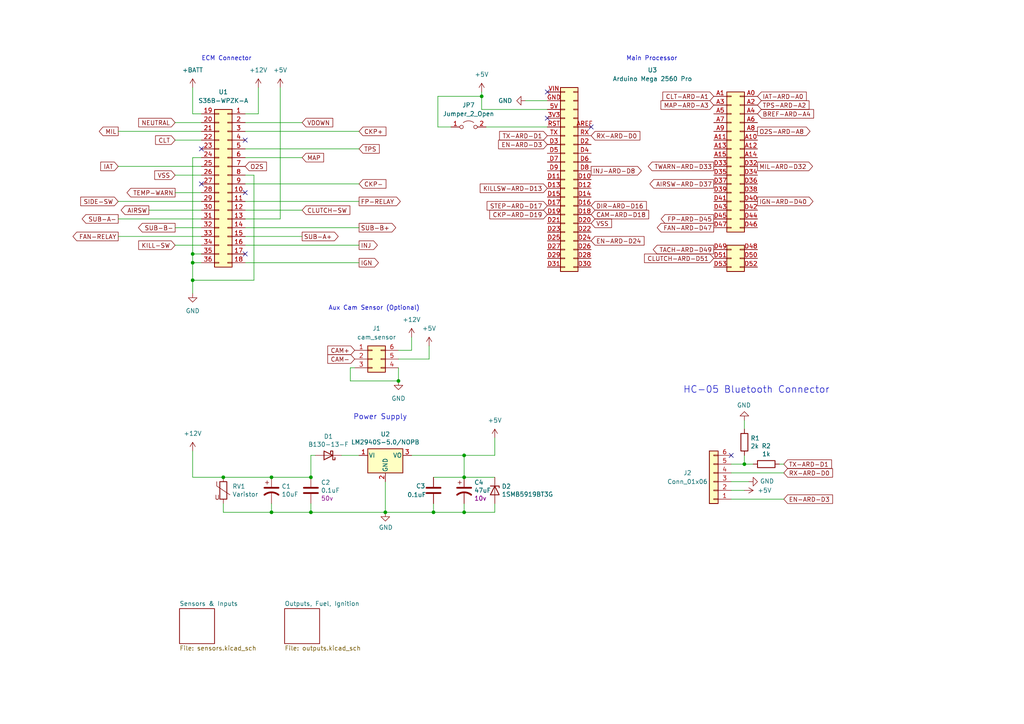
<source format=kicad_sch>
(kicad_sch (version 20211123) (generator eeschema)
  (paper "A4")
  (lib_symbols
    (symbol "Connector_Generic:Conn_01x06" (pin_names (offset 1.016) hide)
      (property "Reference" "J" (at 0 7.62 0))
      (property "Value" "Conn_01x06" (at 0 -10.16 0))
      (symbol "Conn_01x06_1_1"
        (rectangle (start -1.27 -7.493) (end 0 -7.747) (stroke (width 0.1524)))
        (rectangle (start -1.27 -4.953) (end 0 -5.207) (stroke (width 0.1524)))
        (rectangle (start -1.27 -2.413) (end 0 -2.667) (stroke (width 0.1524)))
        (rectangle (start -1.27 0.127) (end 0 -0.127) (stroke (width 0.1524)))
        (rectangle (start -1.27 2.667) (end 0 2.413) (stroke (width 0.1524)))
        (rectangle (start -1.27 5.207) (end 0 4.953) (stroke (width 0.1524)))
        (rectangle (start -1.27 6.35) (end 1.27 -8.89) (stroke (width 0.254)) (fill (type background)))
        (pin passive line (at -5.08 5.08 0) (length 3.81) (name "Pin_1") (number "1"))
        (pin passive line (at -5.08 2.54 0) (length 3.81) (name "Pin_2") (number "2"))
        (pin passive line (at -5.08 0 0) (length 3.81) (name "Pin_3") (number "3"))
        (pin passive line (at -5.08 -2.54 0) (length 3.81) (name "Pin_4") (number "4"))
        (pin passive line (at -5.08 -5.08 0) (length 3.81) (name "Pin_5") (number "5"))
        (pin passive line (at -5.08 -7.62 0) (length 3.81) (name "Pin_6") (number "6"))
      )
    )
    (symbol "Connector_Generic:Conn_02x03_Counter_Clockwise" (pin_names (offset 1.016) hide)
      (property "Reference" "J" (at 1.27 5.08 0))
      (property "Value" "Conn_02x03_Counter_Clockwise" (at 1.27 -5.08 0))
      (symbol "Conn_02x03_Counter_Clockwise_1_1"
        (rectangle (start -1.27 -2.413) (end 0 -2.667) (stroke (width 0.1524)))
        (rectangle (start -1.27 0.127) (end 0 -0.127) (stroke (width 0.1524)))
        (rectangle (start -1.27 2.667) (end 0 2.413) (stroke (width 0.1524)))
        (rectangle (start -1.27 3.81) (end 3.81 -3.81) (stroke (width 0.254)) (fill (type background)))
        (rectangle (start 3.81 -2.413) (end 2.54 -2.667) (stroke (width 0.1524)))
        (rectangle (start 3.81 0.127) (end 2.54 -0.127) (stroke (width 0.1524)))
        (rectangle (start 3.81 2.667) (end 2.54 2.413) (stroke (width 0.1524)))
        (pin passive line (at -5.08 2.54 0) (length 3.81) (name "Pin_1") (number "1"))
        (pin passive line (at -5.08 0 0) (length 3.81) (name "Pin_2") (number "2"))
        (pin passive line (at -5.08 -2.54 0) (length 3.81) (name "Pin_3") (number "3"))
        (pin passive line (at 7.62 -2.54 180) (length 3.81) (name "Pin_4") (number "4"))
        (pin passive line (at 7.62 0 180) (length 3.81) (name "Pin_5") (number "5"))
        (pin passive line (at 7.62 2.54 180) (length 3.81) (name "Pin_6") (number "6"))
      )
    )
    (symbol "Device:C" (pin_numbers hide) (pin_names (offset 0.254))
      (property "Reference" "C" (at 0.635 2.54 0))
      (property "Value" "C" (at 0.635 -2.54 0))
      (symbol "C_0_1"
        (polyline (pts (xy -2.032 -0.762) (xy 2.032 -0.762)) (stroke (width 0.508)))
        (polyline (pts (xy -2.032 0.762) (xy 2.032 0.762)) (stroke (width 0.508)))
      )
      (symbol "C_1_1"
        (pin passive line (at 0 3.81 270) (length 2.794) (name "~") (number "1"))
        (pin passive line (at 0 -3.81 90) (length 2.794) (name "~") (number "2"))
      )
    )
    (symbol "Device:CP1" (pin_numbers hide) (pin_names (offset 0.254) hide)
      (property "Reference" "C" (at 0.635 2.54 0))
      (property "Value" "Device_CP1" (at 0.635 -2.54 0))
      (symbol "CP1_0_1"
        (polyline (pts (xy -2.032 0.762) (xy 2.032 0.762)) (stroke (width 0.508)))
        (polyline (pts (xy -1.778 2.286) (xy -0.762 2.286)))
        (polyline (pts (xy -1.27 1.778) (xy -1.27 2.794)))
        (arc (start 2.032 -1.27) (mid 0 -0.5572) (end -2.032 -1.27) (stroke (width 0.508)))
      )
      (symbol "CP1_1_1"
        (pin passive line (at 0 3.81 270) (length 2.794) (name "~") (number "1"))
        (pin passive line (at 0 -3.81 90) (length 3.302) (name "~") (number "2"))
      )
    )
    (symbol "Device:D_Schottky" (pin_numbers hide) (pin_names (offset 1.016) hide)
      (property "Reference" "D" (at 0 2.54 0))
      (property "Value" "D_Schottky" (at 0 -2.54 0))
      (symbol "D_Schottky_0_1"
        (polyline (pts (xy 1.27 0) (xy -1.27 0)))
        (polyline (pts (xy 1.27 1.27) (xy 1.27 -1.27) (xy -1.27 0) (xy 1.27 1.27)) (stroke (width 0.254)))
        (polyline (pts (xy -1.905 0.635) (xy -1.905 1.27) (xy -1.27 1.27) (xy -1.27 -1.27) (xy -0.635 -1.27) (xy -0.635 -0.635)) (stroke (width 0.254)))
      )
      (symbol "D_Schottky_1_1"
        (pin passive line (at -3.81 0 0) (length 2.54) (name "K") (number "1"))
        (pin passive line (at 3.81 0 180) (length 2.54) (name "A") (number "2"))
      )
    )
    (symbol "Device:D_Zener" (pin_numbers hide) (pin_names (offset 1.016) hide)
      (property "Reference" "D" (at 0 2.54 0))
      (property "Value" "D_Zener" (at 0 -2.54 0))
      (symbol "D_Zener_0_1"
        (polyline (pts (xy 1.27 0) (xy -1.27 0)))
        (polyline (pts (xy -1.27 -1.27) (xy -1.27 1.27) (xy -0.762 1.27)) (stroke (width 0.254)))
        (polyline (pts (xy 1.27 -1.27) (xy 1.27 1.27) (xy -1.27 0) (xy 1.27 -1.27)) (stroke (width 0.254)))
      )
      (symbol "D_Zener_1_1"
        (pin passive line (at -3.81 0 0) (length 2.54) (name "K") (number "1"))
        (pin passive line (at 3.81 0 180) (length 2.54) (name "A") (number "2"))
      )
    )
    (symbol "Device:R" (pin_numbers hide) (pin_names (offset 0))
      (property "Reference" "R" (at 2.032 0 90))
      (property "Value" "R" (at 0 0 90))
      (symbol "R_0_1"
        (rectangle (start -1.016 -2.54) (end 1.016 2.54) (stroke (width 0.254)))
      )
      (symbol "R_1_1"
        (pin passive line (at 0 3.81 270) (length 1.27) (name "~") (number "1"))
        (pin passive line (at 0 -3.81 90) (length 1.27) (name "~") (number "2"))
      )
    )
    (symbol "Device:Varistor" (pin_numbers hide) (pin_names (offset 0))
      (property "Reference" "RV" (at 3.175 0 90))
      (property "Value" "Varistor" (at -3.175 0 90))
      (symbol "Varistor_0_0"
        (text "U" (at -1.778 -2.032 0) (effects (font (size 1.27 1.27))))
      )
      (symbol "Varistor_0_1"
        (rectangle (start -1.016 -2.54) (end 1.016 2.54) (stroke (width 0.254)))
        (polyline (pts (xy -1.905 2.54) (xy -1.905 1.27) (xy 1.905 -1.27)))
      )
      (symbol "Varistor_1_1"
        (pin passive line (at 0 3.81 270) (length 1.27) (name "~") (number "1"))
        (pin passive line (at 0 -3.81 90) (length 1.27) (name "~") (number "2"))
      )
    )
    (symbol "Jumper:Jumper_2_Open" (pin_names (offset 0) hide)
      (property "Reference" "JP" (at 0 2.794 0))
      (property "Value" "Jumper_2_Open" (at 0 -2.286 0))
      (symbol "Jumper_2_Open_0_0"
        (circle (center -2.032 0) (radius 0.508))
        (circle (center 2.032 0) (radius 0.508))
      )
      (symbol "Jumper_2_Open_0_1"
        (arc (start 1.524 1.27) (mid 0 1.778) (end -1.524 1.27))
      )
      (symbol "Jumper_2_Open_1_1"
        (pin passive line (at -5.08 0 0) (length 2.54) (name "A") (number "1"))
        (pin passive line (at 5.08 0 180) (length 2.54) (name "B") (number "2"))
      )
    )
    (symbol "Regulator_Linear:LM2937xS" (pin_names (offset 0.254))
      (property "Reference" "U" (at -3.81 3.175 0))
      (property "Value" "LM2937xS" (at 0 3.175 0))
      (symbol "LM2937xS_0_1"
        (rectangle (start -5.08 -5.08) (end 5.08 1.905) (stroke (width 0.254)) (fill (type background)))
      )
      (symbol "LM2937xS_1_1"
        (pin power_in line (at -7.62 0 0) (length 2.54) (name "VI") (number "1"))
        (pin power_in line (at 0 -7.62 90) (length 2.54) (name "GND") (number "2"))
        (pin power_out line (at 7.62 0 180) (length 2.54) (name "VO") (number "3"))
      )
    )
    (symbol "mega_2560:S36B-WPZK-A"
      (property "Reference" "U" (at 16.51 49.53 0))
      (property "Value" "S36B-WPZK-A" (at 15.24 52.07 0))
      (symbol "S36B-WPZK-A_1_1"
        (rectangle (start 12.7 2.54) (end 17.78 48.26) (stroke (width 0.254)) (fill (type background)))
        (rectangle (start 13.97 3.683) (end 12.7 3.937) (stroke (width 0.1524)))
        (rectangle (start 13.97 6.223) (end 12.7 6.477) (stroke (width 0.1524)))
        (rectangle (start 13.97 8.763) (end 12.7 9.017) (stroke (width 0.1524)))
        (rectangle (start 13.97 11.303) (end 12.7 11.557) (stroke (width 0.1524)))
        (rectangle (start 13.97 13.843) (end 12.7 14.097) (stroke (width 0.1524)))
        (rectangle (start 13.97 16.383) (end 12.7 16.637) (stroke (width 0.1524)))
        (rectangle (start 13.97 18.923) (end 12.7 19.177) (stroke (width 0.1524)))
        (rectangle (start 13.97 21.463) (end 12.7 21.717) (stroke (width 0.1524)))
        (rectangle (start 13.97 24.003) (end 12.7 24.257) (stroke (width 0.1524)))
        (rectangle (start 13.97 26.543) (end 12.7 26.797) (stroke (width 0.1524)))
        (rectangle (start 13.97 29.083) (end 12.7 29.337) (stroke (width 0.1524)))
        (rectangle (start 13.97 31.623) (end 12.7 31.877) (stroke (width 0.1524)))
        (rectangle (start 13.97 34.163) (end 12.7 34.417) (stroke (width 0.1524)))
        (rectangle (start 13.97 36.703) (end 12.7 36.957) (stroke (width 0.1524)))
        (rectangle (start 13.97 39.243) (end 12.7 39.497) (stroke (width 0.1524)))
        (rectangle (start 13.97 41.783) (end 12.7 42.037) (stroke (width 0.1524)))
        (rectangle (start 13.97 44.323) (end 12.7 44.577) (stroke (width 0.1524)))
        (rectangle (start 13.97 46.863) (end 12.7 47.117) (stroke (width 0.1524)))
        (rectangle (start 16.51 3.683) (end 17.78 3.937) (stroke (width 0.1524)))
        (rectangle (start 16.51 6.223) (end 17.78 6.477) (stroke (width 0.1524)))
        (rectangle (start 16.51 8.763) (end 17.78 9.017) (stroke (width 0.1524)))
        (rectangle (start 16.51 11.303) (end 17.78 11.557) (stroke (width 0.1524)))
        (rectangle (start 16.51 13.843) (end 17.78 14.097) (stroke (width 0.1524)))
        (rectangle (start 16.51 16.383) (end 17.78 16.637) (stroke (width 0.1524)))
        (rectangle (start 16.51 18.923) (end 17.78 19.177) (stroke (width 0.1524)))
        (rectangle (start 16.51 21.463) (end 17.78 21.717) (stroke (width 0.1524)))
        (rectangle (start 16.51 24.003) (end 17.78 24.257) (stroke (width 0.1524)))
        (rectangle (start 16.51 26.543) (end 17.78 26.797) (stroke (width 0.1524)))
        (rectangle (start 16.51 29.083) (end 17.78 29.337) (stroke (width 0.1524)))
        (rectangle (start 16.51 31.623) (end 17.78 31.877) (stroke (width 0.1524)))
        (rectangle (start 16.51 34.163) (end 17.78 34.417) (stroke (width 0.1524)))
        (rectangle (start 16.51 36.703) (end 17.78 36.957) (stroke (width 0.1524)))
        (rectangle (start 16.51 39.243) (end 17.78 39.497) (stroke (width 0.1524)))
        (rectangle (start 16.51 41.783) (end 17.78 42.037) (stroke (width 0.1524)))
        (rectangle (start 16.51 44.323) (end 17.78 44.577) (stroke (width 0.1524)))
        (rectangle (start 16.51 46.863) (end 17.78 47.117) (stroke (width 0.1524)))
        (pin passive line (at 21.59 46.99 180) (length 3.81) (name "") (number "1"))
        (pin passive line (at 21.59 24.13 180) (length 3.81) (name "") (number "10"))
        (pin passive line (at 21.59 21.59 180) (length 3.81) (name "") (number "11"))
        (pin passive line (at 21.59 19.05 180) (length 3.81) (name "") (number "12"))
        (pin passive line (at 21.59 16.51 180) (length 3.81) (name "") (number "13"))
        (pin passive line (at 21.59 13.97 180) (length 3.81) (name "") (number "14"))
        (pin passive line (at 21.59 11.43 180) (length 3.81) (name "") (number "15"))
        (pin passive line (at 21.59 8.89 180) (length 3.81) (name "") (number "16"))
        (pin passive line (at 21.59 6.35 180) (length 3.81) (name "") (number "17"))
        (pin passive line (at 21.59 3.81 180) (length 3.81) (name "") (number "18"))
        (pin passive line (at 8.89 46.99 0) (length 3.81) (name "") (number "19"))
        (pin passive line (at 21.59 44.45 180) (length 3.81) (name "") (number "2"))
        (pin passive line (at 8.89 44.45 0) (length 3.81) (name "") (number "20"))
        (pin passive line (at 8.89 41.91 0) (length 3.81) (name "") (number "21"))
        (pin passive line (at 8.89 39.37 0) (length 3.81) (name "") (number "22"))
        (pin passive line (at 8.89 36.83 0) (length 3.81) (name "") (number "23"))
        (pin passive line (at 8.89 34.29 0) (length 3.81) (name "") (number "24"))
        (pin passive line (at 8.89 31.75 0) (length 3.81) (name "") (number "25"))
        (pin passive line (at 8.89 29.21 0) (length 3.81) (name "") (number "26"))
        (pin passive line (at 8.89 26.67 0) (length 3.81) (name "") (number "27"))
        (pin passive line (at 8.89 24.13 0) (length 3.81) (name "") (number "28"))
        (pin passive line (at 8.89 21.59 0) (length 3.81) (name "") (number "29"))
        (pin passive line (at 21.59 41.91 180) (length 3.81) (name "") (number "3"))
        (pin passive line (at 8.89 19.05 0) (length 3.81) (name "") (number "30"))
        (pin passive line (at 8.89 16.51 0) (length 3.81) (name "") (number "31"))
        (pin passive line (at 8.89 13.97 0) (length 3.81) (name "") (number "32"))
        (pin passive line (at 8.89 11.43 0) (length 3.81) (name "") (number "33"))
        (pin passive line (at 8.89 8.89 0) (length 3.81) (name "") (number "34"))
        (pin passive line (at 8.89 6.35 0) (length 3.81) (name "") (number "35"))
        (pin passive line (at 8.89 3.81 0) (length 3.81) (name "") (number "36"))
        (pin passive line (at 21.59 39.37 180) (length 3.81) (name "") (number "4"))
        (pin passive line (at 21.59 36.83 180) (length 3.81) (name "") (number "5"))
        (pin passive line (at 21.59 34.29 180) (length 3.81) (name "") (number "6"))
        (pin passive line (at 21.59 31.75 180) (length 3.81) (name "") (number "7"))
        (pin passive line (at 21.59 29.21 180) (length 3.81) (name "") (number "8"))
        (pin passive line (at 21.59 26.67 180) (length 3.81) (name "") (number "9"))
      )
    )
    (symbol "mega_2560:mega_2560_pro"
      (property "Reference" "U" (at 45.72 66.04 0))
      (property "Value" "mega_2560_pro" (at 46.99 62.23 0))
      (symbol "mega_2560_pro_1_1"
        (rectangle (start 20.32 7.747) (end 21.59 7.493) (stroke (width 0.1524)))
        (rectangle (start 20.32 10.287) (end 21.59 10.033) (stroke (width 0.1524)))
        (rectangle (start 20.32 12.827) (end 21.59 12.573) (stroke (width 0.1524)))
        (rectangle (start 20.32 15.367) (end 21.59 15.113) (stroke (width 0.1524)))
        (rectangle (start 20.32 17.907) (end 21.59 17.653) (stroke (width 0.1524)))
        (rectangle (start 20.32 20.447) (end 21.59 20.193) (stroke (width 0.1524)))
        (rectangle (start 20.32 22.987) (end 21.59 22.733) (stroke (width 0.1524)))
        (rectangle (start 20.32 25.527) (end 21.59 25.273) (stroke (width 0.1524)))
        (rectangle (start 20.32 28.067) (end 21.59 27.813) (stroke (width 0.1524)))
        (rectangle (start 20.32 30.607) (end 21.59 30.353) (stroke (width 0.1524)))
        (rectangle (start 20.32 33.147) (end 21.59 32.893) (stroke (width 0.1524)))
        (rectangle (start 20.32 35.687) (end 21.59 35.433) (stroke (width 0.1524)))
        (rectangle (start 20.32 38.227) (end 21.59 37.973) (stroke (width 0.1524)))
        (rectangle (start 20.32 40.767) (end 21.59 40.513) (stroke (width 0.1524)))
        (rectangle (start 20.32 43.307) (end 21.59 43.053) (stroke (width 0.1524)))
        (rectangle (start 20.32 45.847) (end 21.59 45.593) (stroke (width 0.1524)))
        (rectangle (start 20.32 48.387) (end 21.59 48.133) (stroke (width 0.1524)))
        (rectangle (start 20.32 50.927) (end 21.59 50.673) (stroke (width 0.1524)))
        (rectangle (start 20.32 53.467) (end 21.59 53.213) (stroke (width 0.1524)))
        (rectangle (start 20.32 56.007) (end 21.59 55.753) (stroke (width 0.1524)))
        (rectangle (start 20.32 58.547) (end 21.59 58.293) (stroke (width 0.1524)))
        (rectangle (start 20.32 59.69) (end 25.4 6.35) (stroke (width 0.254)) (fill (type background)))
        (rectangle (start 25.4 7.747) (end 24.13 7.493) (stroke (width 0.1524)))
        (rectangle (start 25.4 10.287) (end 24.13 10.033) (stroke (width 0.1524)))
        (rectangle (start 25.4 12.827) (end 24.13 12.573) (stroke (width 0.1524)))
        (rectangle (start 25.4 15.367) (end 24.13 15.113) (stroke (width 0.1524)))
        (rectangle (start 25.4 17.907) (end 24.13 17.653) (stroke (width 0.1524)))
        (rectangle (start 25.4 20.447) (end 24.13 20.193) (stroke (width 0.1524)))
        (rectangle (start 25.4 22.987) (end 24.13 22.733) (stroke (width 0.1524)))
        (rectangle (start 25.4 25.527) (end 24.13 25.273) (stroke (width 0.1524)))
        (rectangle (start 25.4 28.067) (end 24.13 27.813) (stroke (width 0.1524)))
        (rectangle (start 25.4 30.607) (end 24.13 30.353) (stroke (width 0.1524)))
        (rectangle (start 25.4 33.147) (end 24.13 32.893) (stroke (width 0.1524)))
        (rectangle (start 25.4 35.687) (end 24.13 35.433) (stroke (width 0.1524)))
        (rectangle (start 25.4 38.227) (end 24.13 37.973) (stroke (width 0.1524)))
        (rectangle (start 25.4 40.767) (end 24.13 40.513) (stroke (width 0.1524)))
        (rectangle (start 25.4 43.307) (end 24.13 43.053) (stroke (width 0.1524)))
        (rectangle (start 25.4 45.847) (end 24.13 45.593) (stroke (width 0.1524)))
        (rectangle (start 25.4 48.387) (end 24.13 48.133) (stroke (width 0.1524)))
        (rectangle (start 25.4 50.927) (end 24.13 50.673) (stroke (width 0.1524)))
        (rectangle (start 25.4 53.467) (end 24.13 53.213) (stroke (width 0.1524)))
        (rectangle (start 25.4 56.007) (end 24.13 55.753) (stroke (width 0.1524)))
        (rectangle (start 25.4 58.547) (end 24.13 58.293) (stroke (width 0.1524)))
        (rectangle (start 68.58 7.747) (end 69.85 7.493) (stroke (width 0.1524)))
        (rectangle (start 68.58 10.287) (end 69.85 10.033) (stroke (width 0.1524)))
        (rectangle (start 68.58 12.827) (end 69.85 12.573) (stroke (width 0.1524)))
        (rectangle (start 68.58 13.97) (end 73.66 6.35) (stroke (width 0.254)) (fill (type background)))
        (rectangle (start 68.58 19.177) (end 69.85 18.923) (stroke (width 0.1524)))
        (rectangle (start 68.58 21.717) (end 69.85 21.463) (stroke (width 0.1524)))
        (rectangle (start 68.58 24.257) (end 69.85 24.003) (stroke (width 0.1524)))
        (rectangle (start 68.58 26.797) (end 69.85 26.543) (stroke (width 0.1524)))
        (rectangle (start 68.58 29.337) (end 69.85 29.083) (stroke (width 0.1524)))
        (rectangle (start 68.58 31.877) (end 69.85 31.623) (stroke (width 0.1524)))
        (rectangle (start 68.58 34.417) (end 69.85 34.163) (stroke (width 0.1524)))
        (rectangle (start 68.58 36.957) (end 69.85 36.703) (stroke (width 0.1524)))
        (rectangle (start 68.58 39.497) (end 69.85 39.243) (stroke (width 0.1524)))
        (rectangle (start 68.58 42.037) (end 69.85 41.783) (stroke (width 0.1524)))
        (rectangle (start 68.58 44.577) (end 69.85 44.323) (stroke (width 0.1524)))
        (rectangle (start 68.58 47.117) (end 69.85 46.863) (stroke (width 0.1524)))
        (rectangle (start 68.58 49.657) (end 69.85 49.403) (stroke (width 0.1524)))
        (rectangle (start 68.58 52.197) (end 69.85 51.943) (stroke (width 0.1524)))
        (rectangle (start 68.58 54.737) (end 69.85 54.483) (stroke (width 0.1524)))
        (rectangle (start 68.58 57.277) (end 69.85 57.023) (stroke (width 0.1524)))
        (rectangle (start 68.58 58.42) (end 73.66 17.78) (stroke (width 0.254)) (fill (type background)))
        (rectangle (start 73.66 7.747) (end 72.39 7.493) (stroke (width 0.1524)))
        (rectangle (start 73.66 10.287) (end 72.39 10.033) (stroke (width 0.1524)))
        (rectangle (start 73.66 12.827) (end 72.39 12.573) (stroke (width 0.1524)))
        (rectangle (start 73.66 19.177) (end 72.39 18.923) (stroke (width 0.1524)))
        (rectangle (start 73.66 21.717) (end 72.39 21.463) (stroke (width 0.1524)))
        (rectangle (start 73.66 24.257) (end 72.39 24.003) (stroke (width 0.1524)))
        (rectangle (start 73.66 26.797) (end 72.39 26.543) (stroke (width 0.1524)))
        (rectangle (start 73.66 29.337) (end 72.39 29.083) (stroke (width 0.1524)))
        (rectangle (start 73.66 31.877) (end 72.39 31.623) (stroke (width 0.1524)))
        (rectangle (start 73.66 34.417) (end 72.39 34.163) (stroke (width 0.1524)))
        (rectangle (start 73.66 36.957) (end 72.39 36.703) (stroke (width 0.1524)))
        (rectangle (start 73.66 39.497) (end 72.39 39.243) (stroke (width 0.1524)))
        (rectangle (start 73.66 42.037) (end 72.39 41.783) (stroke (width 0.1524)))
        (rectangle (start 73.66 44.577) (end 72.39 44.323) (stroke (width 0.1524)))
        (rectangle (start 73.66 47.117) (end 72.39 46.863) (stroke (width 0.1524)))
        (rectangle (start 73.66 49.657) (end 72.39 49.403) (stroke (width 0.1524)))
        (rectangle (start 73.66 52.197) (end 72.39 51.943) (stroke (width 0.1524)))
        (rectangle (start 73.66 54.737) (end 72.39 54.483) (stroke (width 0.1524)))
        (rectangle (start 73.66 57.277) (end 72.39 57.023) (stroke (width 0.1524)))
        (pin passive line (at 16.51 50.8 0) (length 3.81) (name "") (number "3V3"))
        (pin passive line (at 16.51 53.34 0) (length 3.81) (name "") (number "5V"))
        (pin passive line (at 77.47 57.15 180) (length 3.81) (name "") (number "A0"))
        (pin passive line (at 64.77 57.15 0) (length 3.81) (name "") (number "A1"))
        (pin passive line (at 77.47 44.45 180) (length 3.81) (name "") (number "A10"))
        (pin passive line (at 64.77 44.45 0) (length 3.81) (name "") (number "A11"))
        (pin passive line (at 77.47 41.91 180) (length 3.81) (name "") (number "A12"))
        (pin passive line (at 64.77 41.91 0) (length 3.81) (name "") (number "A13"))
        (pin passive line (at 77.47 39.37 180) (length 3.81) (name "") (number "A14"))
        (pin passive line (at 64.77 39.37 0) (length 3.81) (name "") (number "A15"))
        (pin passive line (at 77.47 54.61 180) (length 3.81) (name "") (number "A2"))
        (pin passive line (at 64.77 54.61 0) (length 3.81) (name "") (number "A3"))
        (pin passive line (at 77.47 52.07 180) (length 3.81) (name "") (number "A4"))
        (pin passive line (at 64.77 52.07 0) (length 3.81) (name "") (number "A5"))
        (pin passive line (at 77.47 49.53 180) (length 3.81) (name "") (number "A6"))
        (pin passive line (at 64.77 49.53 0) (length 3.81) (name "") (number "A7"))
        (pin passive line (at 77.47 46.99 180) (length 3.81) (name "") (number "A8"))
        (pin passive line (at 64.77 46.99 0) (length 3.81) (name "") (number "A9"))
        (pin passive line (at 29.21 48.26 180) (length 3.81) (name "") (number "AREF"))
        (pin passive line (at 29.21 33.02 180) (length 3.81) (name "") (number "D10"))
        (pin passive line (at 16.51 33.02 0) (length 3.81) (name "") (number "D11"))
        (pin passive line (at 29.21 30.48 180) (length 3.81) (name "") (number "D12"))
        (pin passive line (at 16.51 30.48 0) (length 3.81) (name "") (number "D13"))
        (pin passive line (at 29.21 27.94 180) (length 3.81) (name "") (number "D14"))
        (pin passive line (at 16.51 27.94 0) (length 3.81) (name "") (number "D15"))
        (pin passive line (at 29.21 25.4 180) (length 3.81) (name "") (number "D16"))
        (pin passive line (at 16.51 25.4 0) (length 3.81) (name "") (number "D17"))
        (pin passive line (at 29.21 22.86 180) (length 3.81) (name "") (number "D18"))
        (pin passive line (at 16.51 22.86 0) (length 3.81) (name "") (number "D19"))
        (pin passive line (at 29.21 43.18 180) (length 3.81) (name "") (number "D2"))
        (pin passive line (at 29.21 20.32 180) (length 3.81) (name "") (number "D20"))
        (pin passive line (at 16.51 20.32 0) (length 3.81) (name "") (number "D21"))
        (pin passive line (at 29.21 17.78 180) (length 3.81) (name "") (number "D22"))
        (pin passive line (at 16.51 17.78 0) (length 3.81) (name "") (number "D23"))
        (pin passive line (at 29.21 15.24 180) (length 3.81) (name "") (number "D24"))
        (pin passive line (at 16.51 15.24 0) (length 3.81) (name "") (number "D25"))
        (pin passive line (at 29.21 12.7 180) (length 3.81) (name "") (number "D26"))
        (pin passive line (at 16.51 12.7 0) (length 3.81) (name "") (number "D27"))
        (pin passive line (at 29.21 10.16 180) (length 3.81) (name "") (number "D28"))
        (pin passive line (at 16.51 10.16 0) (length 3.81) (name "") (number "D29"))
        (pin passive line (at 16.51 43.18 0) (length 3.81) (name "") (number "D3"))
        (pin passive line (at 29.21 7.62 180) (length 3.81) (name "") (number "D30"))
        (pin passive line (at 16.51 7.62 0) (length 3.81) (name "") (number "D31"))
        (pin passive line (at 77.47 36.83 180) (length 3.81) (name "") (number "D32"))
        (pin passive line (at 64.77 36.83 0) (length 3.81) (name "") (number "D33"))
        (pin passive line (at 77.47 34.29 180) (length 3.81) (name "") (number "D34"))
        (pin passive line (at 64.77 34.29 0) (length 3.81) (name "") (number "D35"))
        (pin passive line (at 77.47 31.75 180) (length 3.81) (name "") (number "D36"))
        (pin passive line (at 64.77 31.75 0) (length 3.81) (name "") (number "D37"))
        (pin passive line (at 77.47 29.21 180) (length 3.81) (name "") (number "D38"))
        (pin passive line (at 64.77 29.21 0) (length 3.81) (name "") (number "D39"))
        (pin passive line (at 29.21 40.64 180) (length 3.81) (name "") (number "D4"))
        (pin passive line (at 77.47 26.67 180) (length 3.81) (name "") (number "D40"))
        (pin passive line (at 64.77 26.67 0) (length 3.81) (name "") (number "D41"))
        (pin passive line (at 77.47 24.13 180) (length 3.81) (name "") (number "D42"))
        (pin passive line (at 64.77 24.13 0) (length 3.81) (name "") (number "D43"))
        (pin passive line (at 77.47 21.59 180) (length 3.81) (name "") (number "D44"))
        (pin passive line (at 64.77 21.59 0) (length 3.81) (name "") (number "D45"))
        (pin passive line (at 77.47 19.05 180) (length 3.81) (name "") (number "D46"))
        (pin passive line (at 64.77 19.05 0) (length 3.81) (name "") (number "D47"))
        (pin passive line (at 77.47 12.7 180) (length 3.81) (name "") (number "D48"))
        (pin passive line (at 64.77 12.7 0) (length 3.81) (name "") (number "D49"))
        (pin passive line (at 16.51 40.64 0) (length 3.81) (name "") (number "D5"))
        (pin passive line (at 77.47 10.16 180) (length 3.81) (name "") (number "D50"))
        (pin passive line (at 64.77 10.16 0) (length 3.81) (name "") (number "D51"))
        (pin passive line (at 77.47 7.62 180) (length 3.81) (name "") (number "D52"))
        (pin passive line (at 64.77 7.62 0) (length 3.81) (name "") (number "D53"))
        (pin passive line (at 29.21 38.1 180) (length 3.81) (name "") (number "D6"))
        (pin passive line (at 16.51 38.1 0) (length 3.81) (name "") (number "D7"))
        (pin passive line (at 29.21 35.56 180) (length 3.81) (name "") (number "D8"))
        (pin passive line (at 16.51 35.56 0) (length 3.81) (name "") (number "D9"))
        (pin passive line (at 16.51 55.88 0) (length 3.81) (name "") (number "GND"))
        (pin passive line (at 16.51 48.26 0) (length 3.81) (name "") (number "RST"))
        (pin passive line (at 29.21 45.72 180) (length 3.81) (name "") (number "RX"))
        (pin passive line (at 16.51 45.72 0) (length 3.81) (name "") (number "TX"))
        (pin passive line (at 16.51 58.42 0) (length 3.81) (name "") (number "VIN"))
      )
    )
    (symbol "power:+12V" (power) (pin_names (offset 0))
      (property "Value" "+12V" (at 0 3.556 0))
      (symbol "+12V_0_1"
        (polyline (pts (xy -0.762 1.27) (xy 0 2.54)))
        (polyline (pts (xy 0 0) (xy 0 2.54)))
        (polyline (pts (xy 0 2.54) (xy 0.762 1.27)))
      )
      (symbol "+12V_1_1"
        (pin power_in line (at 0 0 90) (length 0) hide (name "+12V") (number "1"))
      )
    )
    (symbol "power:+5V" (power) (pin_names (offset 0))
      (property "Value" "+5V" (at 0 3.556 0))
      (symbol "+5V_0_1"
        (polyline (pts (xy -0.762 1.27) (xy 0 2.54)))
        (polyline (pts (xy 0 0) (xy 0 2.54)))
        (polyline (pts (xy 0 2.54) (xy 0.762 1.27)))
      )
      (symbol "+5V_1_1"
        (pin power_in line (at 0 0 90) (length 0) hide (name "+5V") (number "1"))
      )
    )
    (symbol "power:+BATT" (power) (pin_names (offset 0))
      (property "Value" "+BATT" (at 0 3.556 0))
      (symbol "+BATT_0_1"
        (polyline (pts (xy -0.762 1.27) (xy 0 2.54)))
        (polyline (pts (xy 0 0) (xy 0 2.54)))
        (polyline (pts (xy 0 2.54) (xy 0.762 1.27)))
      )
      (symbol "+BATT_1_1"
        (pin power_in line (at 0 0 90) (length 0) hide (name "+BATT") (number "1"))
      )
    )
    (symbol "power:GND" (power) (pin_names (offset 0))
      (property "Value" "GND" (at 0 -3.81 0))
      (symbol "GND_0_1"
        (polyline (pts (xy 0 0) (xy 0 -1.27) (xy 1.27 -1.27) (xy 0 -2.54) (xy -1.27 -1.27) (xy 0 -1.27)))
      )
      (symbol "GND_1_1"
        (pin power_in line (at 0 0 270) (length 0) hide (name "GND") (number "1"))
      )
    )
  )
  (junction (at 78.74 138.43))
  (junction (at 215.9 134.62))
  (junction (at 78.74 148.59))
  (junction (at 55.88 76.2))
  (junction (at 90.17 138.43))
  (junction (at 134.62 148.59))
  (junction (at 90.17 148.59))
  (junction (at 55.88 81.28))
  (junction (at 55.88 73.66))
  (junction (at 134.62 138.43))
  (junction (at 111.76 148.59))
  (junction (at 139.7 27.94))
  (junction (at 64.77 138.43))
  (junction (at 134.62 132.08))
  (junction (at 115.57 110.49))
  (junction (at 125.73 148.59))
  (no_connect (at 71.12 55.88))
  (no_connect (at 71.12 73.66))
  (no_connect (at 212.09 132.08))
  (no_connect (at 171.45 36.83))
  (no_connect (at 158.75 26.67))
  (no_connect (at 158.75 34.29))
  (no_connect (at 58.42 43.18))
  (no_connect (at 58.42 53.34))
  (no_connect (at 71.12 40.64))
  (wire (pts (xy 90.17 146.05) (xy 90.17 148.59)))
  (wire (pts (xy 34.29 58.42) (xy 58.42 58.42)))
  (wire (pts (xy 101.6 110.49) (xy 115.57 110.49)))
  (wire (pts (xy 34.29 63.5) (xy 58.42 63.5)))
  (wire (pts (xy 90.17 148.59) (xy 111.76 148.59)))
  (wire (pts (xy 71.12 38.1) (xy 104.14 38.1)))
  (wire (pts (xy 71.12 33.02) (xy 74.93 33.02)))
  (wire (pts (xy 227.33 137.16) (xy 212.09 137.16)))
  (wire (pts (xy 50.8 66.04) (xy 58.42 66.04)))
  (wire (pts (xy 115.57 106.68) (xy 115.57 110.49)))
  (wire (pts (xy 81.28 25.4) (xy 81.28 63.5)))
  (wire (pts (xy 134.62 132.08) (xy 134.62 138.43)))
  (wire (pts (xy 125.73 146.05) (xy 125.73 148.59)))
  (wire (pts (xy 152.4 29.21) (xy 158.75 29.21)))
  (wire (pts (xy 71.12 60.96) (xy 87.63 60.96)))
  (wire (pts (xy 226.06 134.62) (xy 227.33 134.62)))
  (wire (pts (xy 115.57 101.6) (xy 119.38 101.6)))
  (wire (pts (xy 78.74 148.59) (xy 90.17 148.59)))
  (wire (pts (xy 217.17 139.7) (xy 212.09 139.7)))
  (wire (pts (xy 55.88 130.81) (xy 55.88 138.43)))
  (wire (pts (xy 143.51 146.05) (xy 143.51 148.59)))
  (wire (pts (xy 34.29 68.58) (xy 58.42 68.58)))
  (wire (pts (xy 71.12 50.8) (xy 73.66 50.8)))
  (wire (pts (xy 101.6 106.68) (xy 101.6 110.49)))
  (wire (pts (xy 127 36.83) (xy 127 27.94)))
  (wire (pts (xy 78.74 146.05) (xy 78.74 148.59)))
  (wire (pts (xy 134.62 146.05) (xy 134.62 148.59)))
  (wire (pts (xy 71.12 35.56) (xy 87.63 35.56)))
  (wire (pts (xy 81.28 63.5) (xy 71.12 63.5)))
  (wire (pts (xy 139.7 31.75) (xy 158.75 31.75)))
  (wire (pts (xy 215.9 132.08) (xy 215.9 134.62)))
  (wire (pts (xy 139.7 27.94) (xy 139.7 31.75)))
  (wire (pts (xy 90.17 138.43) (xy 90.17 132.08)))
  (wire (pts (xy 71.12 66.04) (xy 104.14 66.04)))
  (wire (pts (xy 55.88 33.02) (xy 55.88 25.4)))
  (wire (pts (xy 143.51 132.08) (xy 143.51 127)))
  (wire (pts (xy 58.42 45.72) (xy 55.88 45.72)))
  (wire (pts (xy 215.9 134.62) (xy 218.44 134.62)))
  (wire (pts (xy 55.88 45.72) (xy 55.88 73.66)))
  (wire (pts (xy 55.88 81.28) (xy 55.88 76.2)))
  (wire (pts (xy 64.77 148.59) (xy 78.74 148.59)))
  (wire (pts (xy 111.76 139.7) (xy 111.76 148.59)))
  (wire (pts (xy 58.42 73.66) (xy 55.88 73.66)))
  (wire (pts (xy 119.38 132.08) (xy 134.62 132.08)))
  (wire (pts (xy 215.9 142.24) (xy 212.09 142.24)))
  (wire (pts (xy 50.8 71.12) (xy 58.42 71.12)))
  (wire (pts (xy 71.12 71.12) (xy 104.14 71.12)))
  (wire (pts (xy 139.7 26.67) (xy 139.7 27.94)))
  (wire (pts (xy 71.12 53.34) (xy 104.14 53.34)))
  (wire (pts (xy 74.93 33.02) (xy 74.93 25.4)))
  (wire (pts (xy 55.88 81.28) (xy 73.66 81.28)))
  (wire (pts (xy 134.62 148.59) (xy 125.73 148.59)))
  (wire (pts (xy 130.81 36.83) (xy 127 36.83)))
  (wire (pts (xy 73.66 50.8) (xy 73.66 81.28)))
  (wire (pts (xy 143.51 148.59) (xy 134.62 148.59)))
  (wire (pts (xy 55.88 85.09) (xy 55.88 81.28)))
  (wire (pts (xy 50.8 35.56) (xy 58.42 35.56)))
  (wire (pts (xy 64.77 138.43) (xy 78.74 138.43)))
  (wire (pts (xy 34.29 48.26) (xy 58.42 48.26)))
  (wire (pts (xy 58.42 33.02) (xy 55.88 33.02)))
  (wire (pts (xy 71.12 58.42) (xy 104.14 58.42)))
  (wire (pts (xy 215.9 121.92) (xy 215.9 124.46)))
  (wire (pts (xy 125.73 148.59) (xy 111.76 148.59)))
  (wire (pts (xy 55.88 73.66) (xy 55.88 76.2)))
  (wire (pts (xy 212.09 134.62) (xy 215.9 134.62)))
  (wire (pts (xy 78.74 138.43) (xy 90.17 138.43)))
  (wire (pts (xy 124.46 100.33) (xy 124.46 104.14)))
  (wire (pts (xy 71.12 45.72) (xy 87.63 45.72)))
  (wire (pts (xy 50.8 55.88) (xy 58.42 55.88)))
  (wire (pts (xy 143.51 138.43) (xy 134.62 138.43)))
  (wire (pts (xy 64.77 146.05) (xy 64.77 148.59)))
  (wire (pts (xy 127 27.94) (xy 139.7 27.94)))
  (wire (pts (xy 134.62 132.08) (xy 143.51 132.08)))
  (wire (pts (xy 140.97 36.83) (xy 158.75 36.83)))
  (wire (pts (xy 34.29 38.1) (xy 58.42 38.1)))
  (wire (pts (xy 50.8 50.8) (xy 58.42 50.8)))
  (wire (pts (xy 99.06 132.08) (xy 104.14 132.08)))
  (wire (pts (xy 50.8 40.64) (xy 58.42 40.64)))
  (wire (pts (xy 71.12 43.18) (xy 104.14 43.18)))
  (wire (pts (xy 125.73 138.43) (xy 134.62 138.43)))
  (wire (pts (xy 101.6 106.68) (xy 102.87 106.68)))
  (wire (pts (xy 119.38 101.6) (xy 119.38 97.79)))
  (wire (pts (xy 71.12 68.58) (xy 87.63 68.58)))
  (wire (pts (xy 43.18 60.96) (xy 58.42 60.96)))
  (wire (pts (xy 124.46 104.14) (xy 115.57 104.14)))
  (wire (pts (xy 55.88 138.43) (xy 64.77 138.43)))
  (wire (pts (xy 55.88 76.2) (xy 58.42 76.2)))
  (wire (pts (xy 71.12 76.2) (xy 104.14 76.2)))
  (wire (pts (xy 90.17 132.08) (xy 91.44 132.08)))
  (wire (pts (xy 212.09 144.78) (xy 227.33 144.78)))
  (text "Aux Cam Sensor (Optional)\n" (at 95.25 90.17 0) (effects (font (size 1.27 1.27)) (justify left bottom)))
  (text "HC-05 Bluetooth Connector" (at 198.12 114.3 0) (effects (font (size 1.9812 1.9812)) (justify left bottom)))
  (text "ECM Connector" (at 58.42 17.78 0) (effects (font (size 1.27 1.27)) (justify left bottom)))
  (text "Main Processor" (at 181.61 17.78 0) (effects (font (size 1.27 1.27)) (justify left bottom)))
  (text "Power Supply" (at 118.11 121.92 180) (effects (font (size 1.524 1.524)) (justify right bottom)))
  (global_label "SUB-B+" (shape output) (at 104.14 66.04 0) (property "Intersheet References" "${INTERSHEET_REFS}" (effects hide)))
  (global_label "VDOWN" (shape input) (at 87.63 35.56 0) (property "Intersheet References" "${INTERSHEET_REFS}" (effects hide)))
  (global_label "INJ-ARD-D8" (shape output) (at 171.45 49.53 0) (property "Intersheet References" "${INTERSHEET_REFS}" (effects hide)))
  (global_label "FP-ARD-D45" (shape output) (at 207.01 63.5 180) (property "Intersheet References" "${INTERSHEET_REFS}" (effects hide)))
  (global_label "TWARN-ARD-D33" (shape output) (at 207.01 48.26 180) (property "Intersheet References" "${INTERSHEET_REFS}" (effects hide)))
  (global_label "BREF-ARD-A4" (shape input) (at 219.71 33.02 0) (property "Intersheet References" "${INTERSHEET_REFS}" (effects hide)))
  (global_label "CKP-ARD-D19" (shape input) (at 158.75 62.23 180) (property "Intersheet References" "${INTERSHEET_REFS}" (effects hide)))
  (global_label "O2S" (shape input) (at 71.12 48.26 0) (property "Intersheet References" "${INTERSHEET_REFS}" (effects hide)))
  (global_label "CKP-" (shape input) (at 104.14 53.34 0) (property "Intersheet References" "${INTERSHEET_REFS}" (effects hide)))
  (global_label "TEMP-WARN" (shape output) (at 50.8 55.88 180) (property "Intersheet References" "${INTERSHEET_REFS}" (effects hide)))
  (global_label "EN-ARD-D24" (shape input) (at 171.45 69.85 0) (property "Intersheet References" "${INTERSHEET_REFS}" (effects hide)))
  (global_label "O2S-ARD-A8" (shape output) (at 219.71 38.1 0) (property "Intersheet References" "${INTERSHEET_REFS}" (effects hide)))
  (global_label "NEUTRAL" (shape input) (at 50.8 35.56 180) (property "Intersheet References" "${INTERSHEET_REFS}" (effects hide)))
  (global_label "RX-ARD-D0" (shape input) (at 227.33 137.16 0) (property "Intersheet References" "${INTERSHEET_REFS}" (effects hide)))
  (global_label "EN-ARD-D3" (shape input) (at 227.33 144.78 0) (property "Intersheet References" "${INTERSHEET_REFS}" (effects hide)))
  (global_label "SIDE-SW" (shape input) (at 34.29 58.42 180) (property "Intersheet References" "${INTERSHEET_REFS}" (effects hide)))
  (global_label "SUB-B-" (shape output) (at 50.8 66.04 180) (property "Intersheet References" "${INTERSHEET_REFS}" (effects hide)))
  (global_label "KILLSW-ARD-D13" (shape input) (at 158.75 54.61 180) (property "Intersheet References" "${INTERSHEET_REFS}" (effects hide)))
  (global_label "MIL-ARD-D32" (shape output) (at 219.71 48.26 0) (property "Intersheet References" "${INTERSHEET_REFS}" (effects hide)))
  (global_label "CAM+" (shape input) (at 102.87 101.6 180) (property "Intersheet References" "${INTERSHEET_REFS}" (effects hide)))
  (global_label "SUB-A-" (shape output) (at 34.29 63.5 180) (property "Intersheet References" "${INTERSHEET_REFS}" (effects hide)))
  (global_label "DIR-ARD-D16" (shape input) (at 171.45 59.69 0) (property "Intersheet References" "${INTERSHEET_REFS}" (effects hide)))
  (global_label "KILL-SW" (shape input) (at 50.8 71.12 180) (property "Intersheet References" "${INTERSHEET_REFS}" (effects hide)))
  (global_label "CAM-" (shape input) (at 102.87 104.14 180) (property "Intersheet References" "${INTERSHEET_REFS}" (effects hide)))
  (global_label "CLUTCH-SW" (shape input) (at 87.63 60.96 0) (property "Intersheet References" "${INTERSHEET_REFS}" (effects hide)))
  (global_label "MAP-ARD-A3" (shape input) (at 207.01 30.48 180) (property "Intersheet References" "${INTERSHEET_REFS}" (effects hide)))
  (global_label "AIRSW" (shape output) (at 43.18 60.96 180) (property "Intersheet References" "${INTERSHEET_REFS}" (effects hide)))
  (global_label "MAP" (shape input) (at 87.63 45.72 0) (property "Intersheet References" "${INTERSHEET_REFS}" (effects hide)))
  (global_label "CLT-ARD-A1" (shape input) (at 207.01 27.94 180) (property "Intersheet References" "${INTERSHEET_REFS}" (effects hide)))
  (global_label "INJ" (shape output) (at 104.14 71.12 0) (property "Intersheet References" "${INTERSHEET_REFS}" (effects hide)))
  (global_label "IGN" (shape output) (at 104.14 76.2 0) (property "Intersheet References" "${INTERSHEET_REFS}" (effects hide)))
  (global_label "RX-ARD-D0" (shape input) (at 171.45 39.37 0) (property "Intersheet References" "${INTERSHEET_REFS}" (effects hide)))
  (global_label "FAN-ARD-D47" (shape output) (at 207.01 66.04 180) (property "Intersheet References" "${INTERSHEET_REFS}" (effects hide)))
  (global_label "TPS-ARD-A2" (shape input) (at 219.71 30.48 0) (property "Intersheet References" "${INTERSHEET_REFS}" (effects hide)))
  (global_label "TX-ARD-D1" (shape input) (at 158.75 39.37 180) (property "Intersheet References" "${INTERSHEET_REFS}" (effects hide)))
  (global_label "MIL" (shape output) (at 34.29 38.1 180) (property "Intersheet References" "${INTERSHEET_REFS}" (effects hide)))
  (global_label "SUB-A+" (shape output) (at 87.63 68.58 0) (property "Intersheet References" "${INTERSHEET_REFS}" (effects hide)))
  (global_label "FP-RELAY" (shape output) (at 104.14 58.42 0) (property "Intersheet References" "${INTERSHEET_REFS}" (effects hide)))
  (global_label "IGN-ARD-D40" (shape output) (at 219.71 58.42 0) (property "Intersheet References" "${INTERSHEET_REFS}" (effects hide)))
  (global_label "CLT" (shape input) (at 50.8 40.64 180) (property "Intersheet References" "${INTERSHEET_REFS}" (effects hide)))
  (global_label "IAT" (shape input) (at 34.29 48.26 180) (property "Intersheet References" "${INTERSHEET_REFS}" (effects hide)))
  (global_label "TPS" (shape input) (at 104.14 43.18 0) (property "Intersheet References" "${INTERSHEET_REFS}" (effects hide)))
  (global_label "VSS" (shape input) (at 50.8 50.8 180) (property "Intersheet References" "${INTERSHEET_REFS}" (effects hide)))
  (global_label "TACH-ARD-D49" (shape output) (at 207.01 72.39 180) (property "Intersheet References" "${INTERSHEET_REFS}" (effects hide)))
  (global_label "EN-ARD-D3" (shape input) (at 158.75 41.91 180) (property "Intersheet References" "${INTERSHEET_REFS}" (effects hide)))
  (global_label "TX-ARD-D1" (shape input) (at 227.33 134.62 0) (property "Intersheet References" "${INTERSHEET_REFS}" (effects hide)))
  (global_label "STEP-ARD-D17" (shape input) (at 158.75 59.69 180) (property "Intersheet References" "${INTERSHEET_REFS}" (effects hide)))
  (global_label "CAM-ARD-D18" (shape input) (at 171.45 62.23 0) (property "Intersheet References" "${INTERSHEET_REFS}" (effects hide)))
  (global_label "CKP+" (shape input) (at 104.14 38.1 0) (property "Intersheet References" "${INTERSHEET_REFS}" (effects hide)))
  (global_label "FAN-RELAY" (shape output) (at 34.29 68.58 180) (property "Intersheet References" "${INTERSHEET_REFS}" (effects hide)))
  (global_label "VSS" (shape input) (at 171.45 64.77 0) (property "Intersheet References" "${INTERSHEET_REFS}" (effects hide)))
  (global_label "CLUTCH-ARD-D51" (shape input) (at 207.01 74.93 180) (property "Intersheet References" "${INTERSHEET_REFS}" (effects hide)))
  (global_label "AIRSW-ARD-D37" (shape output) (at 207.01 53.34 180) (property "Intersheet References" "${INTERSHEET_REFS}" (effects hide)))
  (global_label "IAT-ARD-A0" (shape input) (at 219.71 27.94 0) (property "Intersheet References" "${INTERSHEET_REFS}" (effects hide)))
  (symbol (lib_id "power:+5V") (at 81.28 25.4 0) (unit 1)
    (property "Reference" "#PWR05" (effects hide))
    (property "Value" "+5V" (at 81.28 20.32 0))
  )
  (symbol (lib_id "power:GND") (at 111.76 148.59 0) (unit 1)
    (property "Reference" "#PWR06" (effects hide))
    (property "Value" "GND" (at 111.887 152.9842 0))
  )
  (symbol (lib_id "power:+12V") (at 74.93 25.4 0) (unit 1)
    (property "Reference" "#PWR04" (effects hide))
    (property "Value" "+12V" (at 74.93 20.32 0))
  )
  (symbol (lib_id "Device:D_Zener") (at 143.51 142.24 270) (unit 1)
    (property "Reference" "D2" (at 145.5166 141.0716 90) (effects (justify left)))
    (property "Value" "1SMB5919BT3G" (at 145.5166 143.383 90) (effects (justify left)))
    (property "Footprint" "Diode_SMD:D_SMB" (effects hide))
    (property "Digikey Part Number" "1SMB5919BT3GOSCT-ND " (effects hide))
    (property "Manufacturer_Name" "On Semi" (effects hide))
    (property "Manufacturer_Part_Number" "1SMB5919BT3G" (effects hide))
    (property "URL" "https://www.digikey.com.au/product-detail/en/on-semiconductor/1SMB5919BT3G/1SMB5919BT3GOSCT-ND/917722" (effects hide))
  )
  (symbol (lib_id "power:+12V") (at 119.38 97.79 0) (unit 1)
    (property "Reference" "#PWR08" (effects hide))
    (property "Value" "+12V" (at 119.38 92.71 0))
  )
  (symbol (lib_id "Device:CP1") (at 134.62 142.24 0) (unit 1)
    (property "Reference" "C4" (at 137.541 139.9286 0) (effects (justify left)))
    (property "Value" "47uF" (at 137.541 142.24 0) (effects (justify left)))
    (property "Footprint" "Capacitor_THT:CP_Radial_D8.0mm_P5.00mm" (effects hide))
    (property "Voltage" "10v" (at 137.541 144.5514 0) (effects (justify left)))
    (property "Digikey Part Number" "478-1692-1-ND" (effects hide))
    (property "Manufacturer_Name" "AVX" (effects hide))
    (property "Manufacturer_Part_Number" "TAJB476K006RNJ" (effects hide))
    (property "URL" "https://www.digikey.com/product-detail/en/avx-corporation/TAJB476K006RNJ/478-1692-1-ND/564724" (effects hide))
  )
  (symbol (lib_id "Connector_Generic:Conn_01x06") (at 207.01 139.7 180) (unit 1)
    (property "Reference" "J2" (at 199.39 137.16 0))
    (property "Value" "Conn_01x06" (at 199.39 139.7 0))
    (property "Footprint" "Connector_PinHeader_2.54mm:PinHeader_1x06_P2.54mm_Vertical" (effects hide))
  )
  (symbol (lib_id "power:GND") (at 215.9 121.92 180) (unit 1)
    (property "Reference" "#PWR013" (effects hide))
    (property "Value" "GND" (at 215.773 117.5258 0))
  )
  (symbol (lib_id "Device:C") (at 90.17 142.24 0) (unit 1)
    (property "Reference" "C2" (at 93.091 139.9286 0) (effects (justify left)))
    (property "Value" "0.1uF" (at 93.091 142.24 0) (effects (justify left)))
    (property "Footprint" "Capacitor_THT:C_Disc_D5.0mm_W2.5mm_P2.50mm" (effects hide))
    (property "Voltage" "50v" (at 93.091 144.5514 0) (effects (justify left)))
    (property "Digikey Part Number" "311-1140-1-ND" (effects hide))
    (property "Manufacturer_Name" "Yageo" (effects hide))
    (property "Manufacturer_Part_Number" "CC0805KRX7R9BB104" (effects hide))
    (property "URL" "https://www.digikey.com.au/product-detail/en/yageo/CC0805KRX7R9BB104/311-1140-1-ND/303050" (effects hide))
  )
  (symbol (lib_id "Device:R") (at 222.25 134.62 270) (unit 1)
    (property "Reference" "R2" (at 222.25 129.3622 90))
    (property "Value" "1k" (at 222.25 131.6736 90))
    (property "Footprint" "Resistor_THT:R_Axial_DIN0204_L3.6mm_D1.6mm_P5.08mm_Horizontal" (effects hide))
    (property "Digikey Part Number" "311-1.00KCRCT-ND" (effects hide))
    (property "Manufacturer_Name" "Yageo" (effects hide))
    (property "Manufacturer_Part_Number" "RC0805FR-071KL" (effects hide))
    (property "URL" "https://www.digikey.com/product-detail/en/yageo/RC0805FR-071KL/311-1.00KCRCT-ND/730391" (effects hide))
  )
  (symbol (lib_id "power:+5V") (at 139.7 26.67 0) (unit 1)
    (property "Reference" "#PWR010" (effects hide))
    (property "Value" "+5V" (at 139.7 21.59 0))
  )
  (symbol (lib_id "power:+BATT") (at 55.88 25.4 0) (unit 1)
    (property "Reference" "#PWR01" (effects hide))
    (property "Value" "+BATT" (at 55.88 20.32 0))
  )
  (symbol (lib_id "power:GND") (at 217.17 139.7 90) (unit 1)
    (property "Reference" "#PWR015" (effects hide))
    (property "Value" "GND" (at 220.4212 139.573 90) (effects (justify right)))
  )
  (symbol (lib_id "Connector_Generic:Conn_02x03_Counter_Clockwise") (at 107.95 104.14 0) (unit 1)
    (property "Reference" "J1" (at 109.22 95.25 0))
    (property "Value" "cam_sensor" (at 109.22 97.79 0))
    (property "Footprint" "Connector_PinHeader_2.54mm:PinHeader_2x03_P2.54mm_Vertical" (effects hide))
  )
  (symbol (lib_id "Device:CP1") (at 78.74 142.24 0) (unit 1)
    (property "Reference" "C1" (at 81.661 141.0716 0) (effects (justify left)))
    (property "Value" "10uF" (at 81.661 143.383 0) (effects (justify left)))
    (property "Footprint" "Capacitor_THT:CP_Radial_D5.0mm_P2.00mm" (effects hide))
    (property "Voltage" "35v" (effects hide))
    (property "Digikey Part Number" "399-8361-1-ND" (effects hide))
    (property "Manufacturer_Name" "Kemet" (effects hide))
    (property "Manufacturer_Part_Number" "T491D106K050AT" (effects hide))
    (property "URL" "https://www.digikey.com/product-detail/en/kemet/T491D106K050AT/399-8361-1-ND/3472084" (effects hide))
  )
  (symbol (lib_id "power:GND") (at 115.57 110.49 0) (unit 1)
    (property "Reference" "#PWR07" (effects hide))
    (property "Value" "GND" (at 115.57 115.57 0))
  )
  (symbol (lib_id "power:+5V") (at 215.9 142.24 270) (unit 1)
    (property "Reference" "#PWR014" (effects hide))
    (property "Value" "+5V" (at 219.71 142.2399 90) (effects (justify left)))
  )
  (symbol (lib_id "mega_2560:S36B-WPZK-A") (at 49.53 80.01 0) (unit 1)
    (property "Reference" "U1" (at 64.77 26.67 0))
    (property "Value" "S36B-WPZK-A" (at 64.77 29.21 0))
    (property "Footprint" "mega_2560:S36B-WPZK-A" (effects hide))
  )
  (symbol (lib_id "power:+12V") (at 55.88 130.81 0) (unit 1)
    (property "Reference" "#PWR03" (effects hide))
    (property "Value" "+12V" (at 55.88 125.73 0))
  )
  (symbol (lib_id "power:+5V") (at 124.46 100.33 0) (unit 1)
    (property "Reference" "#PWR09" (effects hide))
    (property "Value" "+5V" (at 124.46 95.25 0))
  )
  (symbol (lib_id "Jumper:Jumper_2_Open") (at 135.89 36.83 0) (unit 1)
    (property "Reference" "JP7" (at 135.89 30.48 0))
    (property "Value" "Jumper_2_Open" (at 135.89 33.02 0))
    (property "Footprint" "Connector_PinHeader_2.54mm:PinHeader_1x02_P2.54mm_Vertical" (effects hide))
  )
  (symbol (lib_id "Device:R") (at 215.9 128.27 180) (unit 1)
    (property "Reference" "R1" (at 217.678 127.1016 0) (effects (justify right)))
    (property "Value" "2k" (at 217.678 129.413 0) (effects (justify right)))
    (property "Footprint" "Resistor_THT:R_Axial_DIN0204_L3.6mm_D1.6mm_P5.08mm_Horizontal" (effects hide))
    (property "Digikey Part Number" "311-2.00KCRCT-ND" (effects hide))
    (property "Manufacturer_Name" "Yageo" (effects hide))
    (property "Manufacturer_Part_Number" "RC0805FR-072KL" (effects hide))
    (property "URL" "https://www.digikey.com/product-detail/en/yageo/RC0805FR-072KL/311-2.00KCRCT-ND/730611" (effects hide))
  )
  (symbol (lib_id "Regulator_Linear:LM2937xS") (at 111.76 132.08 0) (unit 1)
    (property "Reference" "U2" (at 111.76 125.9332 0))
    (property "Value" "LM2940S-5.0/NOPB" (at 111.76 128.2446 0))
    (property "Footprint" "Package_TO_SOT_SMD:TO-263-3_TabPin2" (effects hide))
    (property "Datasheet" "http://www.ti.com/lit/ds/symlink/lm2940-n.pdf" (effects hide))
    (property "TR PN" "LM2940SX-5.0/NOPB" (effects hide))
    (property "Tube PN" "LM2940S-5.0/NOPB" (effects hide))
    (property "Digikey Part Number" "LM2940S-5.0/NOPB-ND" (effects hide))
    (property "Manufacturer_Name" "TI" (effects hide))
    (property "Manufacturer_Part_Number" "LM2940S-5.0/NOPB" (effects hide))
    (property "URL" "https://www.digikey.com.au/products/en?keywords=LM2940S-5.0%2FNOPB" (effects hide))
  )
  (symbol (lib_id "mega_2560:mega_2560_pro") (at 142.24 85.09 0) (unit 1)
    (property "Reference" "U3" (at 189.23 20.32 0))
    (property "Value" "Arduino Mega 2560 Pro" (at 189.23 22.86 0))
    (property "Footprint" "mega_2560:mega_2560_pro" (effects hide))
  )
  (symbol (lib_id "Device:C") (at 125.73 142.24 0) (unit 1)
    (property "Reference" "C3" (at 120.65 140.97 0) (effects (justify left)))
    (property "Value" "0.1uF" (at 118.11 143.51 0) (effects (justify left)))
    (property "Footprint" "Capacitor_THT:C_Disc_D5.0mm_W2.5mm_P2.50mm" (effects hide))
    (property "Digikey Part Number" "311-1140-1-ND" (effects hide))
    (property "Manufacturer_Name" "Yageo" (effects hide))
    (property "Manufacturer_Part_Number" "CC0805KRX7R9BB104" (effects hide))
    (property "URL" "https://www.digikey.com.au/product-detail/en/yageo/CC0805KRX7R9BB104/311-1140-1-ND/303050" (effects hide))
  )
  (symbol (lib_id "Device:Varistor") (at 64.77 142.24 0) (unit 1)
    (property "Reference" "RV1" (at 67.3862 141.0716 0) (effects (justify left)))
    (property "Value" "Varistor" (at 67.3862 143.383 0) (effects (justify left)))
    (property "Footprint" "Varistor:RV_Disc_D15.5mm_W4.7mm_P7.5mm" (effects hide))
    (property "Digikey Part Number" "MOV-14D220K-ND" (effects hide))
    (property "Manufacturer_Name" "Bournes Inc" (effects hide))
    (property "Manufacturer_Part_Number" "MOV-14D220K" (effects hide))
    (property "URL" "https://www.digikey.com.au/product-detail/en/bourns-inc/MOV-14D220K/MOV-14D220K-ND/2799109" (effects hide))
  )
  (symbol (lib_id "power:GND") (at 55.88 85.09 0) (unit 1)
    (property "Reference" "#PWR02" (effects hide))
    (property "Value" "GND" (at 55.88 90.17 0))
  )
  (symbol (lib_id "power:+5V") (at 143.51 127 0) (unit 1)
    (property "Reference" "#PWR011" (effects hide))
    (property "Value" "+5V" (at 143.51 121.92 0))
  )
  (symbol (lib_id "power:GND") (at 152.4 29.21 270) (unit 1)
    (property "Reference" "#PWR012" (effects hide))
    (property "Value" "GND" (at 148.59 29.2099 90) (effects (justify right)))
  )
  (symbol (lib_id "Device:D_Schottky") (at 95.25 132.08 180) (unit 1)
    (property "Reference" "D1" (at 95.25 126.5936 0))
    (property "Value" "B130-13-F" (at 95.25 128.905 0))
    (property "Footprint" "Diode_SMD:D_SMA" (effects hide))
    (property "Datasheet" "https://www.mouser.com/datasheet/2/115/ds13002-60388.pdf" (effects hide))
    (property "Digikey Part Number" "B130-FDICT-ND" (effects hide))
    (property "Manufacturer_Name" "Diodes Inc" (effects hide))
    (property "Manufacturer_Part_Number" "B130-13-F" (effects hide))
    (property "URL" "https://www.digikey.com.au/product-detail/en/diodes-incorporated/B130-13-F/B130-FDICT-ND/815318" (effects hide))
  )
  (sheet (at 52.07 176.53) (size 10.16 10.16) (stroke (width 0.1524))
    (property "Sheet name" "Sensors & Inputs" (at 52.07 175.8184 0) (effects (justify left bottom)))
    (property "Sheet file" "sensors.kicad_sch" (at 52.07 187.2746 0) (effects (justify left top)))
  )
  (sheet (at 82.55 176.53) (size 10.16 10.16) (stroke (width 0.1524))
    (property "Sheet name" "Outputs, Fuel, Ignition" (at 82.55 175.8184 0) (effects (justify left bottom)))
    (property "Sheet file" "outputs.kicad_sch" (at 82.55 187.2746 0) (effects (justify left top)))
  )
)
</source>
